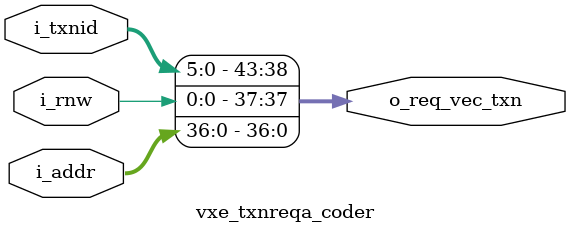
<source format=v>
/*
 * Copyright (c) 2020-2021 The VxEngine Project. All rights reserved.
 *
 * Redistribution and use in source and binary forms, with or without
 * modification, are permitted provided that the following conditions
 * are met:
 * 1. Redistributions of source code must retain the above copyright
 *    notice, this list of conditions and the following disclaimer.
 * 2. Redistributions in binary form must reproduce the above copyright
 *    notice, this list of conditions and the following disclaimer in the
 *    documentation and/or other materials provided with the distribution.
 *
 * THIS SOFTWARE IS PROVIDED BY THE AUTHOR AND CONTRIBUTORS ``AS IS'' AND
 * ANY EXPRESS OR IMPLIED WARRANTIES, INCLUDING, BUT NOT LIMITED TO, THE
 * IMPLIED WARRANTIES OF MERCHANTABILITY AND FITNESS FOR A PARTICULAR PURPOSE
 * ARE DISCLAIMED.  IN NO EVENT SHALL THE AUTHOR OR CONTRIBUTORS BE LIABLE
 * FOR ANY DIRECT, INDIRECT, INCIDENTAL, SPECIAL, EXEMPLARY, OR CONSEQUENTIAL
 * DAMAGES (INCLUDING, BUT NOT LIMITED TO, PROCUREMENT OF SUBSTITUTE GOODS
 * OR SERVICES; LOSS OF USE, DATA, OR PROFITS; OR BUSINESS INTERRUPTION)
 * HOWEVER CAUSED AND ON ANY THEORY OF LIABILITY, WHETHER IN CONTRACT, STRICT
 * LIABILITY, OR TORT (INCLUDING NEGLIGENCE OR OTHERWISE) ARISING IN ANY WAY
 * OUT OF THE USE OF THIS SOFTWARE, EVEN IF ADVISED OF THE POSSIBILITY OF
 * SUCH DAMAGE.
 */

/*
 * Request transaction coder (address only)
 */


/* Req coder */
module vxe_txnreqa_coder(
	i_txnid,
	i_rnw,
	i_addr,
	o_req_vec_txn
);
input wire [5:0]	i_txnid;	/* Transaction Id */
input wire		i_rnw;		/* Read or Write transaction */
input wire [36:0]	i_addr;		/* Upper 37-bits of 40-bit address */
output wire [43:0]	o_req_vec_txn;	/* Transaction info */


assign o_req_vec_txn = { i_txnid, i_rnw, i_addr };


endmodule /* vxe_txnreqa_coder */

</source>
